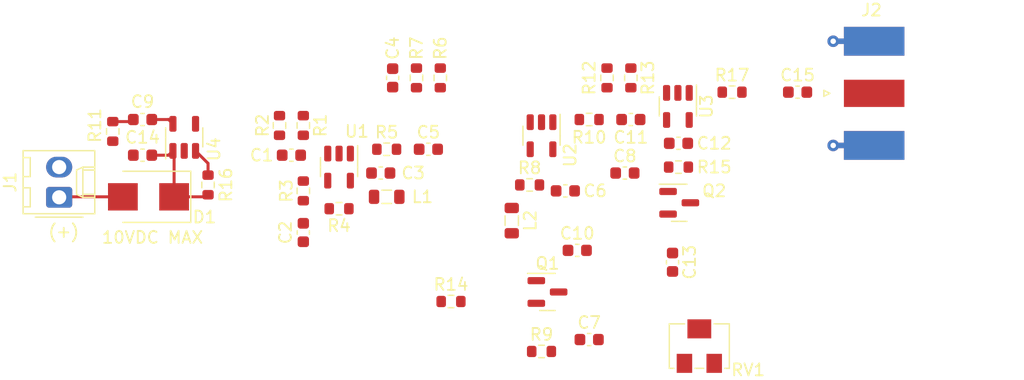
<source format=kicad_pcb>
(kicad_pcb (version 20221018) (generator pcbnew)
  (layers (0 "F.Cu" signal) (31 "B.Cu" signal) (34 "B.Paste" user) (35 "F.Paste" user) (36 "B.SilkS" user "B.Silkscreen") (37 "F.SilkS" user "F.Silkscreen") (38 "B.Mask" user) (39 "F.Mask" user) (44 "Edge.Cuts" user))
  (net 0 "")
  (net 1 "Net-(U1-+)")
  (net 2 "GND")
  (net 3 "Net-(C2-Pad1)")
  (net 4 "Net-(U1-V+)")
  (net 5 "Net-(U2-+)")
  (net 6 "Net-(C5-Pad1)")
  (net 7 "Net-(Q1-D)")
  (net 8 "Net-(U2-V+)")
  (net 9 "Net-(Q1-G)")
  (net 10 "Net-(U3-+)")
  (net 11 "+5V")
  (net 12 "Net-(C9-Pad2)")
  (net 13 "Net-(C10-Pad1)")
  (net 14 "Net-(C11-Pad1)")
  (net 15 "Net-(Q2-D)")
  (net 16 "Net-(Q2-G)")
  (net 17 "Net-(D1-K)")
  (net 18 "Net-(C15-Pad1)")
  (net 19 "Net-(J2-In)")
  (net 20 "Net-(D1-A)")
  (net 21 "Net-(Q1-S)")
  (net 22 "Net-(Q2-S)")
  (net 23 "Net-(R4-Pad1)")
  (net 24 "Net-(U1--)")
  (net 25 "Net-(U4-EN)")
  (footprint "Resistor_SMD:R_0603_1608Metric" (layer "F.Cu") (at 132 97.5 -90)
    (fp_text reference "R11" (at -0.5 1.5 90) (layer "F.SilkS"))
    (fp_text value "3")
    (fp_line (start -0.237258 -0.5225) (end 0.237258 -0.5225) (stroke (width 0.12)) (layer "F.SilkS"))
    (fp_line (start -0.237258 0.5225) (end 0.237258 0.5225) (stroke (width 0.12)) (layer "F.SilkS"))
    (pad "1" smd roundrect (at -0.825 0 270) (size 0.8 0.95) (layers "F.Cu" "F.Paste" "F.Mask") (net 12 "Net-(C9-Pad2)"))
    (pad "2" smd roundrect (at 0.825 0 270) (size 0.8 0.95) (layers "F.Cu" "F.Paste" "F.Mask") (net 2 "GND"))
  )
  (footprint "Potentiometer_SMD:Potentiometer_Bourns_3214W_Vertical" (layer "F.Cu") (at 181.25 115.55 180)
    (fp_text reference "RV1" (at -4.1 -2) (layer "F.SilkS"))
    (fp_text value "47k")
    (fp_line (start -2.52 -1.87) (end -2.52 1.87) (stroke (width 0.12)) (layer "F.SilkS"))
    (fp_line (start -2.52 -1.87) (end -2.14 -1.87) (stroke (width 0.12)) (layer "F.SilkS"))
    (fp_line (start -2.52 1.87) (end -1.24 1.87) (stroke (width 0.12)) (layer "F.SilkS"))
    (fp_line (start -0.36 -1.87) (end 0.36 -1.87) (stroke (width 0.12)) (layer "F.SilkS"))
    (fp_line (start 1.24 1.87) (end 2.52 1.87) (stroke (width 0.12)) (layer "F.SilkS"))
    (fp_line (start 2.14 -1.87) (end 2.52 -1.87) (stroke (width 0.12)) (layer "F.SilkS"))
    (fp_line (start 2.52 -1.87) (end 2.52 1.87) (stroke (width 0.12)) (layer "F.SilkS"))
    (pad "1" smd rect (at 1.25 -1.45 180) (size 1.3 1.6) (layers "F.Cu" "F.Paste" "F.Mask") (net 11 "+5V"))
    (pad "2" smd rect (at 0 1.45 180) (size 2 1.6) (layers "F.Cu" "F.Paste" "F.Mask") (net 13 "Net-(C10-Pad1)"))
    (pad "3" smd rect (at -1.25 -1.45 180) (size 1.3 1.6) (layers "F.Cu" "F.Paste" "F.Mask") (net 2 "GND"))
  )
  (footprint "Capacitor_SMD:C_0603_1608Metric" (layer "F.Cu") (at 179 108.5 -90)
    (fp_text reference "C13" (at 0 -1.43 90) (layer "F.SilkS"))
    (fp_text value "33n")
    (fp_line (start -0.14058 -0.51) (end 0.14058 -0.51) (stroke (width 0.12)) (layer "F.SilkS"))
    (fp_line (start -0.14058 0.51) (end 0.14058 0.51) (stroke (width 0.12)) (layer "F.SilkS"))
    (pad "1" smd roundrect (at -0.775 0 270) (size 0.9 0.95) (layers "F.Cu" "F.Paste" "F.Mask") (net 16 "Net-(Q2-G)"))
    (pad "2" smd roundrect (at 0.775 0 270) (size 0.9 0.95) (layers "F.Cu" "F.Paste" "F.Mask") (net 2 "GND"))
  )
  (footprint "Capacitor_SMD:C_0603_1608Metric" (layer "F.Cu") (at 179.5 98.5 180)
    (fp_text reference "C12" (at -3 0) (layer "F.SilkS"))
    (fp_text value "100n")
    (fp_line (start -0.14058 -0.51) (end 0.14058 -0.51) (stroke (width 0.12)) (layer "F.SilkS"))
    (fp_line (start -0.14058 0.51) (end 0.14058 0.51) (stroke (width 0.12)) (layer "F.SilkS"))
    (pad "1" smd roundrect (at -0.775 0 180) (size 0.9 0.95) (layers "F.Cu" "F.Paste" "F.Mask") (net 11 "+5V"))
    (pad "2" smd roundrect (at 0.775 0 180) (size 0.9 0.95) (layers "F.Cu" "F.Paste" "F.Mask") (net 2 "GND"))
  )
  (footprint "Capacitor_SMD:C_0603_1608Metric" (layer "F.Cu") (at 172 115)
    (fp_text reference "C7" (at 0 -1.43) (layer "F.SilkS"))
    (fp_text value "33n")
    (fp_line (start -0.14058 -0.51) (end 0.14058 -0.51) (stroke (width 0.12)) (layer "F.SilkS"))
    (fp_line (start -0.14058 0.51) (end 0.14058 0.51) (stroke (width 0.12)) (layer "F.SilkS"))
    (pad "1" smd roundrect (at -0.775 0) (size 0.9 0.95) (layers "F.Cu" "F.Paste" "F.Mask") (net 9 "Net-(Q1-G)"))
    (pad "2" smd roundrect (at 0.775 0) (size 0.9 0.95) (layers "F.Cu" "F.Paste" "F.Mask") (net 2 "GND"))
  )
  (footprint "Resistor_SMD:R_0603_1608Metric" (layer "F.Cu") (at 172 96.5)
    (fp_text reference "R10" (at 0 1.5) (layer "F.SilkS"))
    (fp_text value "1k5")
    (fp_line (start -0.237258 -0.5225) (end 0.237258 -0.5225) (stroke (width 0.12)) (layer "F.SilkS"))
    (fp_line (start -0.237258 0.5225) (end 0.237258 0.5225) (stroke (width 0.12)) (layer "F.SilkS"))
    (pad "1" smd roundrect (at -0.825 0) (size 0.8 0.95) (layers "F.Cu" "F.Paste" "F.Mask") (net 21 "Net-(Q1-S)"))
    (pad "2" smd roundrect (at 0.825 0) (size 0.8 0.95) (layers "F.Cu" "F.Paste" "F.Mask") (net 14 "Net-(C11-Pad1)"))
  )
  (footprint "Capacitor_SMD:C_0603_1608Metric" (layer "F.Cu") (at 147 99.5 180)
    (fp_text reference "C1" (at 2.5 0) (layer "F.SilkS"))
    (fp_text value "100n")
    (fp_line (start -0.14058 -0.51) (end 0.14058 -0.51) (stroke (width 0.12)) (layer "F.SilkS"))
    (fp_line (start -0.14058 0.51) (end 0.14058 0.51) (stroke (width 0.12)) (layer "F.SilkS"))
    (pad "1" smd roundrect (at -0.775 0 180) (size 0.9 0.95) (layers "F.Cu" "F.Paste" "F.Mask") (net 1 "Net-(U1-+)"))
    (pad "2" smd roundrect (at 0.775 0 180) (size 0.9 0.95) (layers "F.Cu" "F.Paste" "F.Mask") (net 2 "GND"))
  )
  (footprint "Capacitor_SMD:C_0603_1608Metric" (layer "F.Cu") (at 158.5 99)
    (fp_text reference "C5" (at 0 -1.43) (layer "F.SilkS"))
    (fp_text value "1n")
    (fp_line (start -0.14058 -0.51) (end 0.14058 -0.51) (stroke (width 0.12)) (layer "F.SilkS"))
    (fp_line (start -0.14058 0.51) (end 0.14058 0.51) (stroke (width 0.12)) (layer "F.SilkS"))
    (pad "1" smd roundrect (at -0.775 0) (size 0.9 0.95) (layers "F.Cu" "F.Paste" "F.Mask") (net 6 "Net-(C5-Pad1)"))
    (pad "2" smd roundrect (at 0.775 0) (size 0.9 0.95) (layers "F.Cu" "F.Paste" "F.Mask") (net 7 "Net-(Q1-D)"))
  )
  (footprint "Resistor_SMD:R_0603_1608Metric" (layer "F.Cu") (at 155 99)
    (fp_text reference "R5" (at 0 -1.43) (layer "F.SilkS"))
    (fp_text value "1k5")
    (fp_line (start -0.237258 -0.5225) (end 0.237258 -0.5225) (stroke (width 0.12)) (layer "F.SilkS"))
    (fp_line (start -0.237258 0.5225) (end 0.237258 0.5225) (stroke (width 0.12)) (layer "F.SilkS"))
    (pad "1" smd roundrect (at -0.825 0) (size 0.8 0.95) (layers "F.Cu" "F.Paste" "F.Mask") (net 23 "Net-(R4-Pad1)"))
    (pad "2" smd roundrect (at 0.825 0) (size 0.8 0.95) (layers "F.Cu" "F.Paste" "F.Mask") (net 6 "Net-(C5-Pad1)"))
  )
  (footprint "Capacitor_SMD:C_0603_1608Metric" (layer "F.Cu") (at 134.5 99.5 180)
    (fp_text reference "C14" (at 0 1.5) (layer "F.SilkS"))
    (fp_text value "10uF")
    (fp_line (start -0.14058 -0.51) (end 0.14058 -0.51) (stroke (width 0.12)) (layer "F.SilkS"))
    (fp_line (start -0.14058 0.51) (end 0.14058 0.51) (stroke (width 0.12)) (layer "F.SilkS"))
    (pad "1" smd roundrect (at -0.775 0 180) (size 0.9 0.95) (layers "F.Cu" "F.Paste" "F.Mask") (net 17 "Net-(D1-K)"))
    (pad "2" smd roundrect (at 0.775 0 180) (size 0.9 0.95) (layers "F.Cu" "F.Paste" "F.Mask") (net 2 "GND"))
  )
  (footprint "Resistor_SMD:R_0603_1608Metric" (layer "F.Cu") (at 146 97 90)
    (fp_text reference "R2" (at 0 -1.43 90) (layer "F.SilkS"))
    (fp_text value "47k")
    (fp_line (start -0.237258 -0.5225) (end 0.237258 -0.5225) (stroke (width 0.12)) (layer "F.SilkS"))
    (fp_line (start -0.237258 0.5225) (end 0.237258 0.5225) (stroke (width 0.12)) (layer "F.SilkS"))
    (pad "1" smd roundrect (at -0.825 0 90) (size 0.8 0.95) (layers "F.Cu" "F.Paste" "F.Mask") (net 1 "Net-(U1-+)"))
    (pad "2" smd roundrect (at 0.825 0 90) (size 0.8 0.95) (layers "F.Cu" "F.Paste" "F.Mask") (net 2 "GND"))
  )
  (footprint "Package_TO_SOT_SMD:SOT-23-5" (layer "F.Cu") (at 151 100.5 -90)
    (fp_text reference "U1" (at -3 -1.5 -180) (layer "F.SilkS"))
    (fp_text value "OPA842xDBV")
    (fp_line (start 0 -1.56) (end -1.8 -1.56) (stroke (width 0.12)) (layer "F.SilkS"))
    (fp_line (start 0 -1.56) (end 0.8 -1.56) (stroke (width 0.12)) (layer "F.SilkS"))
    (fp_line (start 0 1.56) (end -0.8 1.56) (stroke (width 0.12)) (layer "F.SilkS"))
    (fp_line (start 0 1.56) (end 0.8 1.56) (stroke (width 0.12)) (layer "F.SilkS"))
    (pad "1" smd roundrect (at -1.1375 -0.95 270) (size 1.325 0.6) (layers "F.Cu" "F.Paste" "F.Mask") (net 23 "Net-(R4-Pad1)"))
    (pad "2" smd roundrect (at -1.1375 0 270) (size 1.325 0.6) (layers "F.Cu" "F.Paste" "F.Mask") (net 2 "GND"))
    (pad "3" smd roundrect (at -1.1375 0.95 270) (size 1.325 0.6) (layers "F.Cu" "F.Paste" "F.Mask") (net 1 "Net-(U1-+)"))
    (pad "4" smd roundrect (at 1.1375 0.95 270) (size 1.325 0.6) (layers "F.Cu" "F.Paste" "F.Mask") (net 24 "Net-(U1--)"))
    (pad "5" smd roundrect (at 1.1375 -0.95 270) (size 1.325 0.6) (layers "F.Cu" "F.Paste" "F.Mask") (net 4 "Net-(U1-V+)"))
  )
  (footprint "Package_TO_SOT_SMD:SOT-23" (layer "F.Cu") (at 168.5 111)
    (fp_text reference "Q1" (at 0 -2.4) (layer "F.SilkS"))
    (fp_text value "J310")
    (fp_line (start 0 -1.56) (end -1.675 -1.56) (stroke (width 0.12)) (layer "F.SilkS"))
    (fp_line (start 0 -1.56) (end 0.65 -1.56) (stroke (width 0.12)) (layer "F.SilkS"))
    (fp_line (start 0 1.56) (end -0.65 1.56) (stroke (width 0.12)) (layer "F.SilkS"))
    (fp_line (start 0 1.56) (end 0.65 1.56) (stroke (width 0.12)) (layer "F.SilkS"))
    (pad "1" smd roundrect (at -0.9375 -0.95) (size 1.475 0.6) (layers "F.Cu" "F.Paste" "F.Mask") (net 7 "Net-(Q1-D)"))
    (pad "2" smd roundrect (at -0.9375 0.95) (size 1.475 0.6) (layers "F.Cu" "F.Paste" "F.Mask") (net 9 "Net-(Q1-G)"))
    (pad "3" smd roundrect (at 0.9375 0) (size 1.475 0.6) (layers "F.Cu" "F.Paste" "F.Mask") (net 21 "Net-(Q1-S)"))
  )
  (footprint "Capacitor_SMD:C_0603_1608Metric" (layer "F.Cu") (at 189.5 94.2)
    (fp_text reference "C15" (at 0 -1.43) (layer "F.SilkS"))
    (fp_text value "33n")
    (fp_line (start -0.14058 -0.51) (end 0.14058 -0.51) (stroke (width 0.12)) (layer "F.SilkS"))
    (fp_line (start -0.14058 0.51) (end 0.14058 0.51) (stroke (width 0.12)) (layer "F.SilkS"))
    (pad "1" smd roundrect (at -0.775 0) (size 0.9 0.95) (layers "F.Cu" "F.Paste" "F.Mask") (net 18 "Net-(C15-Pad1)"))
    (pad "2" smd roundrect (at 0.775 0) (size 0.9 0.95) (layers "F.Cu" "F.Paste" "F.Mask") (net 19 "Net-(J2-In)"))
  )
  (footprint "Resistor_SMD:R_0603_1608Metric" (layer "F.Cu") (at 175.5 93 -90)
    (fp_text reference "R13" (at 0 -1.43 90) (layer "F.SilkS"))
    (fp_text value "33k")
    (fp_line (start -0.237258 -0.5225) (end 0.237258 -0.5225) (stroke (width 0.12)) (layer "F.SilkS"))
    (fp_line (start -0.237258 0.5225) (end 0.237258 0.5225) (stroke (width 0.12)) (layer "F.SilkS"))
    (pad "1" smd roundrect (at -0.825 0 270) (size 0.8 0.95) (layers "F.Cu" "F.Paste" "F.Mask") (net 11 "+5V"))
    (pad "2" smd roundrect (at 0.825 0 270) (size 0.8 0.95) (layers "F.Cu" "F.Paste" "F.Mask") (net 10 "Net-(U3-+)"))
  )
  (footprint "Resistor_SMD:R_0603_1608Metric" (layer "F.Cu") (at 140 102 90)
    (fp_text reference "R16" (at 0 1.5 90) (layer "F.SilkS"))
    (fp_text value "10k")
    (fp_line (start -0.237258 -0.5225) (end 0.237258 -0.5225) (stroke (width 0.12)) (layer "F.SilkS"))
    (fp_line (start -0.237258 0.5225) (end 0.237258 0.5225) (stroke (width 0.12)) (layer "F.SilkS"))
    (pad "1" smd roundrect (at -0.825 0 90) (size 0.8 0.95) (layers "F.Cu" "F.Paste" "F.Mask") (net 17 "Net-(D1-K)"))
    (pad "2" smd roundrect (at 0.825 0 90) (size 0.8 0.95) (layers "F.Cu" "F.Paste" "F.Mask") (net 25 "Net-(U4-EN)"))
  )
  (footprint "Connector_Coaxial:SMA_Molex_73251-1153_EdgeMount_Horizontal" (layer "F.Cu") (at 194.21 94.3 180)
    (fp_text reference "J2" (at -1.5 7) (layer "F.SilkS"))
    (fp_text value "Conn_Coaxial")
    (fp_line (start 2 0) (end 2.5 -0.25) (stroke (width 0.12)) (layer "F.SilkS"))
    (fp_line (start 2.5 -0.25) (end 2.5 0.25) (stroke (width 0.12)) (layer "F.SilkS"))
    (fp_line (start 2.5 0.25) (end 2 0) (stroke (width 0.12)) (layer "F.SilkS"))
    (pad "1" smd rect (at -1.72 0 180) (size 5.08 2.29) (layers "F.Cu" "F.Paste" "F.Mask") (net 19 "Net-(J2-In)"))
    (pad "2" smd rect (at -1.72 -4.38 180) (size 5.08 2.42) (layers "F.Cu" "F.Paste" "F.Mask") (net 2 "GND"))
    (pad "2" smd rect (at -1.72 -4.38 180) (size 5.08 2.42) (layers "B.Cu" "B.Paste" "B.Mask") (net 2 "GND"))
    (pad "2" smd rect (at -1.72 4.38 180) (size 5.08 2.42) (layers "F.Cu" "F.Paste" "F.Mask") (net 2 "GND"))
    (pad "2" smd rect (at -1.72 4.38 180) (size 5.08 2.42) (layers "B.Cu" "B.Paste" "B.Mask") (net 2 "GND"))
    (pad "2" smd rect (at 1.27 -4.38 180) (size 0.95 0.46) (layers "F.Cu") (net 2 "GND"))
    (pad "2" smd rect (at 1.27 -4.38 180) (size 0.95 0.46) (layers "B.Cu") (net 2 "GND"))
    (pad "2" smd rect (at 1.27 4.38 180) (size 0.95 0.46) (layers "F.Cu") (net 2 "GND"))
    (pad "2" smd rect (at 1.27 4.38 180) (size 0.95 0.46) (layers "B.Cu") (net 2 "GND"))
    (pad "2" thru_hole circle (at 1.72 -4.38 180) (size 0.97 0.97) (drill 0.46) (layers "*.Cu") (net 2 "GND"))
    (pad "2" thru_hole circle (at 1.72 4.38 180) (size 0.97 0.97) (drill 0.46) (layers "*.Cu") (net 2 "GND"))
  )
  (footprint "Package_TO_SOT_SMD:SOT-23-5" (layer "F.Cu") (at 168 97.8625 -90)
    (fp_text reference "U2" (at 1.6375 -2.4 90) (layer "F.SilkS"))
    (fp_text value "OPA842xDBV")
    (fp_line (start 0 -1.56) (end -1.8 -1.56) (stroke (width 0.12)) (layer "F.SilkS"))
    (fp_line (start 0 -1.56) (end 0.8 -1.56) (stroke (width 0.12)) (layer "F.SilkS"))
    (fp_line (start 0 1.56) (end -0.8 1.56) (stroke (width 0.12)) (layer "F.SilkS"))
    (fp_line (start 0 1.56) (end 0.8 1.56) (stroke (width 0.12)) (layer "F.SilkS"))
    (pad "1" smd roundrect (at -1.1375 -0.95 270) (size 1.325 0.6) (layers "F.Cu" "F.Paste" "F.Mask") (net 21 "Net-(Q1-S)"))
    (pad "2" smd roundrect (at -1.1375 0 270) (size 1.325 0.6) (layers "F.Cu" "F.Paste" "F.Mask") (net 2 "GND"))
    (pad "3" smd roundrect (at -1.1375 0.95 270) (size 1.325 0.6) (layers "F.Cu" "F.Paste" "F.Mask") (net 5 "Net-(U2-+)"))
    (pad "4" smd roundrect (at 1.1375 0.95 270) (size 1.325 0.6) (layers "F.Cu" "F.Paste" "F.Mask") (net 7 "Net-(Q1-D)"))
    (pad "5" smd roundrect (at 1.1375 -0.95 270) (size 1.325 0.6) (layers "F.Cu" "F.Paste" "F.Mask") (net 8 "Net-(U2-V+)"))
  )
  (footprint "Package_TO_SOT_SMD:SOT-23" (layer "F.Cu") (at 179.5625 103.5)
    (fp_text reference "Q2" (at 2.9375 -1) (layer "F.SilkS"))
    (fp_text value "J310")
    (fp_line (start 0 -1.56) (end -1.675 -1.56) (stroke (width 0.12)) (layer "F.SilkS"))
    (fp_line (start 0 -1.56) (end 0.65 -1.56) (stroke (width 0.12)) (layer "F.SilkS"))
    (fp_line (start 0 1.56) (end -0.65 1.56) (stroke (width 0.12)) (layer "F.SilkS"))
    (fp_line (start 0 1.56) (end 0.65 1.56) (stroke (width 0.12)) (layer "F.SilkS"))
    (pad "1" smd roundrect (at -0.9375 -0.95) (size 1.475 0.6) (layers "F.Cu" "F.Paste" "F.Mask") (net 15 "Net-(Q2-D)"))
    (pad "2" smd roundrect (at -0.9375 0.95) (size 1.475 0.6) (layers "F.Cu" "F.Paste" "F.Mask") (net 16 "Net-(Q2-G)"))
    (pad "3" smd roundrect (at 0.9375 0) (size 1.475 0.6) (layers "F.Cu" "F.Paste" "F.Mask") (net 22 "Net-(Q2-S)"))
  )
  (footprint "Resistor_SMD:R_0603_1608Metric" (layer "F.Cu") (at 184 94.2)
    (fp_text reference "R17" (at 0 -1.43) (layer "F.SilkS"))
    (fp_text value "50")
    (fp_line (start -0.237258 -0.5225) (end 0.237258 -0.5225) (stroke (width 0.12)) (layer "F.SilkS"))
    (fp_line (start -0.237258 0.5225) (end 0.237258 0.5225) (stroke (width 0.12)) (layer "F.SilkS"))
    (pad "1" smd roundrect (at -0.825 0) (size 0.8 0.95) (layers "F.Cu" "F.Paste" "F.Mask") (net 22 "Net-(Q2-S)"))
    (pad "2" smd roundrect (at 0.825 0) (size 0.8 0.95) (layers "F.Cu" "F.Paste" "F.Mask") (net 18 "Net-(C15-Pad1)"))
  )
  (footprint "Resistor_SMD:R_0603_1608Metric" (layer "F.Cu") (at 151 104 180)
    (fp_text reference "R4" (at 0 -1.43) (layer "F.SilkS"))
    (fp_text value "22k")
    (fp_line (start -0.237258 -0.5225) (end 0.237258 -0.5225) (stroke (width 0.12)) (layer "F.SilkS"))
    (fp_line (start -0.237258 0.5225) (end 0.237258 0.5225) (stroke (width 0.12)) (layer "F.SilkS"))
    (pad "1" smd roundrect (at -0.825 0 180) (size 0.8 0.95) (layers "F.Cu" "F.Paste" "F.Mask") (net 23 "Net-(R4-Pad1)"))
    (pad "2" smd roundrect (at 0.825 0 180) (size 0.8 0.95) (layers "F.Cu" "F.Paste" "F.Mask") (net 24 "Net-(U1--)"))
  )
  (footprint "Capacitor_SMD:C_0603_1608Metric" (layer "F.Cu") (at 175.5 96.5)
    (fp_text reference "C11" (at 0 1.5) (layer "F.SilkS"))
    (fp_text value "1n")
    (fp_line (start -0.14058 -0.51) (end 0.14058 -0.51) (stroke (width 0.12)) (layer "F.SilkS"))
    (fp_line (start -0.14058 0.51) (end 0.14058 0.51) (stroke (width 0.12)) (layer "F.SilkS"))
    (pad "1" smd roundrect (at -0.775 0) (size 0.9 0.95) (layers "F.Cu" "F.Paste" "F.Mask") (net 14 "Net-(C11-Pad1)"))
    (pad "2" smd roundrect (at 0.775 0) (size 0.9 0.95) (layers "F.Cu" "F.Paste" "F.Mask") (net 15 "Net-(Q2-D)"))
  )
  (footprint "Inductor_SMD:L_0805_2012Metric" (layer "F.Cu") (at 155 103)
    (fp_text reference "L1" (at 3 0) (layer "F.SilkS"))
    (fp_text value "RFC Ferrite Bead")
    (fp_line (start -0.399622 -0.56) (end 0.399622 -0.56) (stroke (width 0.12)) (layer "F.SilkS"))
    (fp_line (start -0.399622 0.56) (end 0.399622 0.56) (stroke (width 0.12)) (layer "F.SilkS"))
    (pad "1" smd roundrect (at -1.0625 0) (size 0.875 1.2) (layers "F.Cu" "F.Paste" "F.Mask") (net 4 "Net-(U1-V+)"))
    (pad "2" smd roundrect (at 1.0625 0) (size 0.875 1.2) (layers "F.Cu" "F.Paste" "F.Mask") (net 8 "Net-(U2-V+)"))
  )
  (footprint "Resistor_SMD:R_0603_1608Metric" (layer "F.Cu") (at 179.5 100.5)
    (fp_text reference "R15" (at 3 0) (layer "F.SilkS"))
    (fp_text value "15k")
    (fp_line (start -0.237258 -0.5225) (end 0.237258 -0.5225) (stroke (width 0.12)) (layer "F.SilkS"))
    (fp_line (start -0.237258 0.5225) (end 0.237258 0.5225) (stroke (width 0.12)) (layer "F.SilkS"))
    (pad "1" smd roundrect (at -0.825 0) (size 0.8 0.95) (layers "F.Cu" "F.Paste" "F.Mask") (net 15 "Net-(Q2-D)"))
    (pad "2" smd roundrect (at 0.825 0) (size 0.8 0.95) (layers "F.Cu" "F.Paste" "F.Mask") (net 22 "Net-(Q2-S)"))
  )
  (footprint "Capacitor_SMD:C_0603_1608Metric" (layer "F.Cu") (at 170 102.5)
    (fp_text reference "C6" (at 2.5 0) (layer "F.SilkS"))
    (fp_text value "100n")
    (fp_line (start -0.14058 -0.51) (end 0.14058 -0.51) (stroke (width 0.12)) (layer "F.SilkS"))
    (fp_line (start -0.14058 0.51) (end 0.14058 0.51) (stroke (width 0.12)) (layer "F.SilkS"))
    (pad "1" smd roundrect (at -0.775 0) (size 0.9 0.95) (layers "F.Cu" "F.Paste" "F.Mask") (net 8 "Net-(U2-V+)"))
    (pad "2" smd roundrect (at 0.775 0) (size 0.9 0.95) (layers "F.Cu" "F.Paste" "F.Mask") (net 2 "GND"))
  )
  (footprint "Resistor_SMD:R_0603_1608Metric" (layer "F.Cu") (at 168 116)
    (fp_text reference "R9" (at 0 -1.43) (layer "F.SilkS"))
    (fp_text value "2k2")
    (fp_line (start -0.237258 -0.5225) (end 0.237258 -0.5225) (stroke (width 0.12)) (layer "F.SilkS"))
    (fp_line (start -0.237258 0.5225) (end 0.237258 0.5225) (stroke (width 0.12)) (layer "F.SilkS"))
    (pad "1" smd roundrect (at -0.825 0) (size 0.8 0.95) (layers "F.Cu" "F.Paste" "F.Mask") (net 9 "Net-(Q1-G)"))
    (pad "2" smd roundrect (at 0.825 0) (size 0.8 0.95) (layers "F.Cu" "F.Paste" "F.Mask") (net 13 "Net-(C10-Pad1)"))
  )
  (footprint "Package_TO_SOT_SMD:SOT-23-5" (layer "F.Cu") (at 138 98 90)
    (fp_text reference "U4" (at -1 2.5 90) (layer "F.SilkS"))
    (fp_text value "TPS76350")
    (fp_line (start 0 -1.56) (end -1.8 -1.56) (stroke (width 0.12)) (layer "F.SilkS"))
    (fp_line (start 0 -1.56) (end 0.8 -1.56) (stroke (width 0.12)) (layer "F.SilkS"))
    (fp_line (start 0 1.56) (end -0.8 1.56) (stroke (width 0.12)) (layer "F.SilkS"))
    (fp_line (start 0 1.56) (end 0.8 1.56) (stroke (width 0.12)) (layer "F.SilkS"))
    (pad "1" smd roundrect (at -1.1375 -0.95 90) (size 1.325 0.6) (layers "F.Cu" "F.Paste" "F.Mask") (net 17 "Net-(D1-K)"))
    (pad "2" smd roundrect (at -1.1375 0 90) (size 1.325 0.6) (layers "F.Cu" "F.Paste" "F.Mask") (net 2 "GND"))
    (pad "3" smd roundrect (at -1.1375 0.95 90) (size 1.325 0.6) (layers "F.Cu" "F.Paste" "F.Mask") (net 25 "Net-(U4-EN)"))
    (pad "4" smd roundrect (at 1.1375 0.95 90) (size 1.325 0.6) (layers "F.Cu" "F.Paste" "F.Mask"))
    (pad "5" smd roundrect (at 1.1375 -0.95 90) (size 1.325 0.6) (layers "F.Cu" "F.Paste" "F.Mask") (net 11 "+5V"))
  )
  (footprint "Resistor_SMD:R_0603_1608Metric" (layer "F.Cu") (at 148 97 -90)
    (fp_text reference "R1" (at 0 -1.43 90) (layer "F.SilkS"))
    (fp_text value "47k")
    (fp_line (start -0.237258 -0.5225) (end 0.237258 -0.5225) (stroke (width 0.12)) (layer "F.SilkS"))
    (fp_line (start -0.237258 0.5225) (end 0.237258 0.5225) (stroke (width 0.12)) (layer "F.SilkS"))
    (pad "1" smd roundrect (at -0.825 0 270) (size 0.8 0.95) (layers "F.Cu" "F.Paste" "F.Mask") (net 4 "Net-(U1-V+)"))
    (pad "2" smd roundrect (at 0.825 0 270) (size 0.8 0.95) (layers "F.Cu" "F.Paste" "F.Mask") (net 1 "Net-(U1-+)"))
  )
  (footprint "Diode_SMD:D_SMB" (layer "F.Cu") (at 135 103 180)
    (fp_text reference "D1" (at -4.7 -1.7) (layer "F.SilkS"))
    (fp_text value "B220")
    (fp_line (start -3.55 -2.15) (end -3.55 2.15) (stroke (width 0.12)) (layer "F.SilkS"))
    (fp_line (start -3.55 -2.15) (end 2.15 -2.15) (stroke (width 0.12)) (layer "F.SilkS"))
    (fp_line (start -3.55 2.15) (end 2.15 2.15) (stroke (width 0.12)) (layer "F.SilkS"))
    (pad "1" smd rect (at -2.15 0 180) (size 2.5 2.3) (layers "F.Cu" "F.Paste" "F.Mask") (net 17 "Net-(D1-K)"))
    (pad "2" smd rect (at 2.15 0 180) (size 2.5 2.3) (layers "F.Cu" "F.Paste" "F.Mask") (net 20 "Net-(D1-A)"))
  )
  (footprint "Resistor_SMD:R_0603_1608Metric" (layer "F.Cu") (at 167 102)
    (fp_text reference "R8" (at 0 -1.43) (layer "F.SilkS"))
    (fp_text value "15k")
    (fp_line (start -0.237258 -0.5225) (end 0.237258 -0.5225) (stroke (width 0.12)) (layer "F.SilkS"))
    (fp_line (start -0.237258 0.5225) (end 0.237258 0.5225) (stroke (width 0.12)) (layer "F.SilkS"))
    (pad "1" smd roundrect (at -0.825 0) (size 0.8 0.95) (layers "F.Cu" "F.Paste" "F.Mask") (net 7 "Net-(Q1-D)"))
    (pad "2" smd roundrect (at 0.825 0) (size 0.8 0.95) (layers "F.Cu" "F.Paste" "F.Mask") (net 21 "Net-(Q1-S)"))
  )
  (footprint "Resistor_SMD:R_0603_1608Metric" (layer "F.Cu") (at 148 102.5 90)
    (fp_text reference "R3" (at 0 -1.43 90) (layer "F.SilkS"))
    (fp_text value "1k5")
    (fp_line (start -0.237258 -0.5225) (end 0.237258 -0.5225) (stroke (width 0.12)) (layer "F.SilkS"))
    (fp_line (start -0.237258 0.5225) (end 0.237258 0.5225) (stroke (width 0.12)) (layer "F.SilkS"))
    (pad "1" smd roundrect (at -0.825 0 90) (size 0.8 0.95) (layers "F.Cu" "F.Paste" "F.Mask") (net 3 "Net-(C2-Pad1)"))
    (pad "2" smd roundrect (at 0.825 0 90) (size 0.8 0.95) (layers "F.Cu" "F.Paste" "F.Mask") (net 24 "Net-(U1--)"))
  )
  (footprint "Resistor_SMD:R_0603_1608Metric" (layer "F.Cu") (at 160.4 111.8)
    (fp_text reference "R14" (at 0 -1.43) (layer "F.SilkS"))
    (fp_text value "2k2")
    (fp_line (start -0.237258 -0.5225) (end 0.237258 -0.5225) (stroke (width 0.12)) (layer "F.SilkS"))
    (fp_line (start -0.237258 0.5225) (end 0.237258 0.5225) (stroke (width 0.12)) (layer "F.SilkS"))
    (pad "1" smd roundrect (at -0.825 0) (size 0.8 0.95) (layers "F.Cu" "F.Paste" "F.Mask") (net 16 "Net-(Q2-G)"))
    (pad "2" smd roundrect (at 0.825 0) (size 0.8 0.95) (layers "F.Cu" "F.Paste" "F.Mask") (net 13 "Net-(C10-Pad1)"))
  )
  (footprint "Capacitor_SMD:C_0603_1608Metric" (layer "F.Cu") (at 175 101)
    (fp_text reference "C8" (at 0 -1.43) (layer "F.SilkS"))
    (fp_text value "100n")
    (fp_line (start -0.14058 -0.51) (end 0.14058 -0.51) (stroke (width 0.12)) (layer "F.SilkS"))
    (fp_line (start -0.14058 0.51) (end 0.14058 0.51) (stroke (width 0.12)) (layer "F.SilkS"))
    (pad "1" smd roundrect (at -0.775 0) (size 0.9 0.95) (layers "F.Cu" "F.Paste" "F.Mask") (net 10 "Net-(U3-+)"))
    (pad "2" smd roundrect (at 0.775 0) (size 0.9 0.95) (layers "F.Cu" "F.Paste" "F.Mask") (net 2 "GND"))
  )
  (footprint "Capacitor_SMD:C_0603_1608Metric" (layer "F.Cu") (at 171 107.5)
    (fp_text reference "C10" (at 0 -1.43) (layer "F.SilkS"))
    (fp_text value "33n")
    (fp_line (start -0.14058 -0.51) (end 0.14058 -0.51) (stroke (width 0.12)) (layer "F.SilkS"))
    (fp_line (start -0.14058 0.51) (end 0.14058 0.51) (stroke (width 0.12)) (layer "F.SilkS"))
    (pad "1" smd roundrect (at -0.775 0) (size 0.9 0.95) (layers "F.Cu" "F.Paste" "F.Mask") (net 13 "Net-(C10-Pad1)"))
    (pad "2" smd roundrect (at 0.775 0) (size 0.9 0.95) (layers "F.Cu" "F.Paste" "F.Mask") (net 2 "GND"))
  )
  (footprint "Inductor_SMD:L_0805_2012Metric" (layer "F.Cu") (at 165.5 105 -90)
    (fp_text reference "L2" (at 0 -1.55 90) (layer "F.SilkS"))
    (fp_text value "RFC Ferrite Bead")
    (fp_line (start -0.399622 -0.56) (end 0.399622 -0.56) (stroke (width 0.12)) (layer "F.SilkS"))
    (fp_line (start -0.399622 0.56) (end 0.399622 0.56) (stroke (width 0.12)) (layer "F.SilkS"))
    (pad "1" smd roundrect (at -1.0625 0 270) (size 0.875 1.2) (layers "F.Cu" "F.Paste" "F.Mask") (net 8 "Net-(U2-V+)"))
    (pad "2" smd roundrect (at 1.0625 0 270) (size 0.875 1.2) (layers "F.Cu" "F.Paste" "F.Mask") (net 11 "+5V"))
  )
  (footprint "Package_TO_SOT_SMD:SOT-23-5" (layer "F.Cu") (at 179.45 95.4 -90)
    (fp_text reference "U3" (at 0 -2.4 90) (layer "F.SilkS"))
    (fp_text value "OPA842xDBV")
    (fp_line (start 0 -1.56) (end -1.8 -1.56) (stroke (width 0.12)) (layer "F.SilkS"))
    (fp_line (start 0 -1.56) (end 0.8 -1.56) (stroke (width 0.12)) (layer "F.SilkS"))
    (fp_line (start 0 1.56) (end -0.8 1.56) (stroke (width 0.12)) (layer "F.SilkS"))
    (fp_line (start 0 1.56) (end 0.8 1.56) (stroke (width 0.12)) (layer "F.SilkS"))
    (pad "1" smd roundrect (at -1.1375 -0.95 270) (size 1.325 0.6) (layers "F.Cu" "F.Paste" "F.Mask") (net 22 "Net-(Q2-S)"))
    (pad "2" smd roundrect (at -1.1375 0 270) (size 1.325 0.6) (layers "F.Cu" "F.Paste" "F.Mask") (net 2 "GND"))
    (pad "3" smd roundrect (at -1.1375 0.95 270) (size 1.325 0.6) (layers "F.Cu" "F.Paste" "F.Mask") (net 10 "Net-(U3-+)"))
    (pad "4" smd roundrect (at 1.1375 0.95 270) (size 1.325 0.6) (layers "F.Cu" "F.Paste" "F.Mask") (net 15 "Net-(Q2-D)"))
    (pad "5" smd roundrect (at 1.1375 -0.95 270) (size 1.325 0.6) (layers "F.Cu" "F.Paste" "F.Mask") (net 11 "+5V"))
  )
  (footprint "Capacitor_SMD:C_0603_1608Metric" (layer "F.Cu") (at 155.5 93 90)
    (fp_text reference "C4" (at 2.5 0 90) (layer "F.SilkS"))
    (fp_text value "100n")
    (fp_line (start -0.14058 -0.51) (end 0.14058 -0.51) (stroke (width 0.12)) (layer "F.SilkS"))
    (fp_line (start -0.14058 0.51) (end 0.14058 0.51) (stroke (width 0.12)) (layer "F.SilkS"))
    (pad "1" smd roundrect (at -0.775 0 90) (size 0.9 0.95) (layers "F.Cu" "F.Paste" "F.Mask") (net 5 "Net-(U2-+)"))
    (pad "2" smd roundrect (at 0.775 0 90) (size 0.9 0.95) (layers "F.Cu" "F.Paste" "F.Mask") (net 2 "GND"))
  )
  (footprint "Capacitor_SMD:C_0603_1608Metric" (layer "F.Cu") (at 148 106 -90)
    (fp_text reference "C2" (at 0 1.5 90) (layer "F.SilkS"))
    (fp_text value "1n")
    (fp_line (start -0.14058 -0.51) (end 0.14058 -0.51) (stroke (width 0.12)) (layer "F.SilkS"))
    (fp_line (start -0.14058 0.51) (end 0.14058 0.51) (stroke (width 0.12)) (layer "F.SilkS"))
    (pad "1" smd roundrect (at -0.775 0 270) (size 0.9 0.95) (layers "F.Cu" "F.Paste" "F.Mask") (net 3 "Net-(C2-Pad1)"))
    (pad "2" smd roundrect (at 0.775 0 270) (size 0.9 0.95) (layers "F.Cu" "F.Paste" "F.Mask") (net 2 "GND"))
  )
  (footprint "Resistor_SMD:R_0603_1608Metric" (layer "F.Cu") (at 157.5 93 90)
    (fp_text reference "R7" (at 2.5 0 90) (layer "F.SilkS"))
    (fp_text value "33k")
    (fp_line (start -0.237258 -0.5225) (end 0.237258 -0.5225) (stroke (width 0.12)) (layer "F.SilkS"))
    (fp_line (start -0.237258 0.5225) (end 0.237258 0.5225) (stroke (width 0.12)) (layer "F.SilkS"))
    (pad "1" smd roundrect (at -0.825 0 90) (size 0.8 0.95) (layers "F.Cu" "F.Paste" "F.Mask") (net 5 "Net-(U2-+)"))
    (pad "2" smd roundrect (at 0.825 0 90) (size 0.8 0.95) (layers "F.Cu" "F.Paste" "F.Mask") (net 2 "GND"))
  )
  (footprint "Connector_Molex:Molex_KK-254_AE-6410-02A_1x02_P2.54mm_Vertical" (layer "F.Cu") (at 127.5 103.04 90)
    (fp_text reference "J1" (at 1.27 -4.12 90) (layer "F.SilkS"))
    (fp_text value "Conn_01x02_Male" hide)
    (fp_line (start -1.67 -2) (end -1.67 2) (stroke (width 0.12)) (layer "F.SilkS"))
    (fp_line (start -1.38 -3.03) (end -1.38 2.99) (stroke (width 0.12)) (layer "F.SilkS"))
    (fp_line (start -1.38 2.99) (end 3.92 2.99) (stroke (width 0.12)) (layer "F.SilkS"))
    (fp_line (start -0.8 -3.03) (end -0.8 -2.43) (stroke (width 0.12)) (layer "F.SilkS"))
    (fp_line (start -0.8 -2.43) (end 0.8 -2.43) (stroke (width 0.12)) (layer "F.SilkS"))
    (fp_line (start 0 1.99) (end 0.25 1.46) (stroke (width 0.12)) (layer "F.SilkS"))
    (fp_line (start 0 1.99) (end 2.54 1.99) (stroke (width 0.12)) (layer "F.SilkS"))
    (fp_line (start 0 2.99) (end 0 1.99) (stroke (width 0.12)) (layer "F.SilkS"))
    (fp_line (start 0.25 1.46) (end 2.29 1.46) (stroke (width 0.12)) (layer "F.SilkS"))
    (fp_line (start 0.25 2.99) (end 0.25 1.99) (stroke (width 0.12)) (layer "F.SilkS"))
    (fp_line (start 0.8 -2.43) (end 0.8 -3.03) (stroke (width 0.12)) (layer "F.SilkS"))
    (fp_line (start 1.74 -3.03) (end 1.74 -2.43) (stroke (width 0.12)) (layer "F.SilkS"))
    (fp_line (start 1.74 -2.43) (end 3.34 -2.43) (stroke (width 0.12)) (layer "F.SilkS"))
    (fp_line (start 2.29 1.46) (end 2.54 1.99) (stroke (width 0.12)) (layer "F.SilkS"))
    (fp_line (start 2.29 2.99) (end 2.29 1.99) (stroke (width 0.12)) (layer "F.SilkS"))
    (fp_line (start 2.54 1.99) (end 2.54 2.99) (stroke (width 0.12)) (layer "F.SilkS"))
    (fp_line (start 3.34 -2.43) (end 3.34 -3.03) (stroke (width 0.12)) (layer "F.SilkS"))
    (fp_line (start 3.92 -3.03) (end -1.38 -3.03) (stroke (width 0.12)) (layer "F.SilkS"))
    (fp_line (start 3.92 2.99) (end 3.92 -3.03) (stroke (width 0.12)) (layer "F.SilkS"))
    (pad "1" thru_hole roundrect (at 0 0 90) (size 1.74 2.19) (drill 1.19) (layers "*.Cu" "*.Mask") (roundrect_rratio 0.143678) (net 20 "Net-(D1-A)"))
    (pad "2" thru_hole oval (at 2.54 0 90) (size 1.74 2.19) (drill 1.19) (layers "*.Cu" "*.Mask") (net 2 "GND"))
  )
  (footprint "Resistor_SMD:R_0603_1608Metric" (layer "F.Cu") (at 173.5 93 90)
    (fp_text reference "R12" (at 0 -1.5 90) (layer "F.SilkS"))
    (fp_text value "33k")
    (fp_line (start -0.237258 -0.5225) (end 0.237258 -0.5225) (stroke (width 0.12)) (layer "F.SilkS"))
    (fp_line (start -0.237258 0.5225) (end 0.237258 0.5225) (stroke (width 0.12)) (layer "F.SilkS"))
    (pad "1" smd roundrect (at -0.825 0 90) (size 0.8 0.95) (layers "F.Cu" "F.Paste" "F.Mask") (net 10 "Net-(U3-+)"))
    (pad "2" smd roundrect (at 0.825 0 90) (size 0.8 0.95) (layers "F.Cu" "F.Paste" "F.Mask") (net 2 "GND"))
  )
  (footprint "Capacitor_SMD:C_0603_1608Metric" (layer "F.Cu") (at 154.5 101)
    (fp_text reference "C3" (at 2.725 0) (layer "F.SilkS"))
    (fp_text value "100n")
    (fp_line (start -0.14058 -0.51) (end 0.14058 -0.51) (stroke (width 0.12)) (layer "F.SilkS"))
    (fp_line (start -0.14058 0.51) (end 0.14058 0.51) (stroke (width 0.12)) (layer "F.SilkS"))
    (pad "1" smd roundrect (at -0.775 0) (size 0.9 0.95) (layers "F.Cu" "F.Paste" "F.Mask") (net 4 "Net-(U1-V+)"))
    (pad "2" smd roundrect (at 0.775 0) (size 0.9 0.95) (layers "F.Cu" "F.Paste" "F.Mask") (net 2 "GND"))
  )
  (footprint "Resistor_SMD:R_0603_1608Metric" (layer "F.Cu") (at 159.5 93 -90)
    (fp_text reference "R6" (at -2.5 0 90) (layer "F.SilkS"))
    (fp_text value "33k")
    (fp_line (start -0.237258 -0.5225) (end 0.237258 -0.5225) (stroke (width 0.12)) (layer "F.SilkS"))
    (fp_line (start -0.237258 0.5225) (end 0.237258 0.5225) (stroke (width 0.12)) (layer "F.SilkS"))
    (pad "1" smd roundrect (at -0.825 0 270) (size 0.8 0.95) (layers "F.Cu" "F.Paste" "F.Mask") (net 8 "Net-(U2-V+)"))
    (pad "2" smd roundrect (at 0.825 0 270) (size 0.8 0.95) (layers "F.Cu" "F.Paste" "F.Mask") (net 5 "Net-(U2-+)"))
  )
  (footprint "Capacitor_SMD:C_0603_1608Metric" (layer "F.Cu") (at 134.5 96.5 180)
    (fp_text reference "C9" (at 0 1.5) (layer "F.SilkS"))
    (fp_text value "10uF")
    (fp_line (start -0.14058 -0.51) (end 0.14058 -0.51) (stroke (width 0.12)) (layer "F.SilkS"))
    (fp_line (start -0.14058 0.51) (end 0.14058 0.51) (stroke (width 0.12)) (layer "F.SilkS"))
    (pad "1" smd roundrect (at -0.775 0 180) (size 0.9 0.95) (layers "F.Cu" "F.Paste" "F.Mask") (net 11 "+5V"))
    (pad "2" smd roundrect (at 0.775 0 180) (size 0.9 0.95) (layers "F.Cu" "F.Paste" "F.Mask") (net 12 "Net-(C9-Pad2)"))
  )
  (gr_text "10VDC MAX" (at 131 107) (layer "F.SilkS") (effects (font (size 1 1)) (justify left bottom)))
  (gr_text "(+)" (at 126.5 106.5) (layer "F.SilkS") (effects (font (size 1 1)) (justify left bottom)))
  (segment (start 136.6875 96.5) (end 137.05 96.8625) (width 0.25) (layer "F.Cu") (net 11))
  (segment (start 135.275 96.5) (end 136.6875 96.5) (width 0.25) (layer "F.Cu") (net 11))
  (segment (start 132 96.675) (end 133.55 96.675) (width 0.25) (layer "F.Cu") (net 12))
  (segment (start 133.55 96.675) (end 133.725 96.5) (width 0.25) (layer "F.Cu") (net 12))
  (segment (start 136.6875 99.5) (end 137.05 99.1375) (width 0.25) (layer "F.Cu") (net 17))
  (segment (start 135.275 99.5) (end 136.6875 99.5) (width 0.25) (layer "F.Cu") (net 17))
  (segment (start 137.05 99.1375) (end 137.15 99.2375) (width 0.25) (layer "F.Cu") (net 17))
  (segment (start 139.825 103) (end 137.15 103) (width 0.25) (layer "F.Cu") (net 17))
  (segment (start 140 102.825) (end 139.825 103) (width 0.25) (layer "F.Cu") (net 17))
  (segment (start 137.15 99.2375) (end 137.15 103) (width 0.25) (layer "F.Cu") (net 17))
  (segment (start 127.54 103) (end 132.85 103) (width 0.25) (layer "F.Cu") (net 20))
  (segment (start 127.5 103.04) (end 127.54 103) (width 0.25) (layer "F.Cu") (net 20))
  (segment (start 140 100.1875) (end 140 101.175) (width 0.25) (layer "F.Cu") (net 25))
  (segment (start 138.95 99.1375) (end 140 100.1875) (width 0.25) (layer "F.Cu") (net 25))
)
</source>
